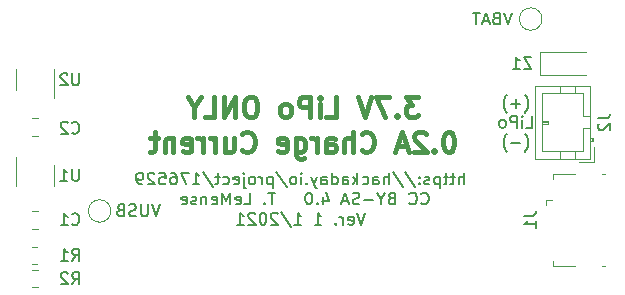
<source format=gbr>
%TF.GenerationSoftware,KiCad,Pcbnew,(5.1.9)-1*%
%TF.CreationDate,2021-01-14T15:41:35-05:00*%
%TF.ProjectId,TI59_battery,54493539-5f62-4617-9474-6572792e6b69,1*%
%TF.SameCoordinates,Original*%
%TF.FileFunction,Legend,Bot*%
%TF.FilePolarity,Positive*%
%FSLAX46Y46*%
G04 Gerber Fmt 4.6, Leading zero omitted, Abs format (unit mm)*
G04 Created by KiCad (PCBNEW (5.1.9)-1) date 2021-01-14 15:41:35*
%MOMM*%
%LPD*%
G01*
G04 APERTURE LIST*
%ADD10C,0.150000*%
%ADD11C,0.400000*%
%ADD12C,0.200000*%
%ADD13C,0.120000*%
G04 APERTURE END LIST*
D10*
X162261904Y-95183333D02*
X162309523Y-95135714D01*
X162404761Y-94992857D01*
X162452380Y-94897619D01*
X162500000Y-94754761D01*
X162547619Y-94516666D01*
X162547619Y-94326190D01*
X162500000Y-94088095D01*
X162452380Y-93945238D01*
X162404761Y-93850000D01*
X162309523Y-93707142D01*
X162261904Y-93659523D01*
X161880952Y-94421428D02*
X161119047Y-94421428D01*
X161500000Y-94802380D02*
X161500000Y-94040476D01*
X160738095Y-95183333D02*
X160690476Y-95135714D01*
X160595238Y-94992857D01*
X160547619Y-94897619D01*
X160500000Y-94754761D01*
X160452380Y-94516666D01*
X160452380Y-94326190D01*
X160500000Y-94088095D01*
X160547619Y-93945238D01*
X160595238Y-93850000D01*
X160690476Y-93707142D01*
X160738095Y-93659523D01*
X162380952Y-96452380D02*
X162857142Y-96452380D01*
X162857142Y-95452380D01*
X162047619Y-96452380D02*
X162047619Y-95785714D01*
X162047619Y-95452380D02*
X162095238Y-95500000D01*
X162047619Y-95547619D01*
X162000000Y-95500000D01*
X162047619Y-95452380D01*
X162047619Y-95547619D01*
X161571428Y-96452380D02*
X161571428Y-95452380D01*
X161190476Y-95452380D01*
X161095238Y-95500000D01*
X161047619Y-95547619D01*
X161000000Y-95642857D01*
X161000000Y-95785714D01*
X161047619Y-95880952D01*
X161095238Y-95928571D01*
X161190476Y-95976190D01*
X161571428Y-95976190D01*
X160428571Y-96452380D02*
X160523809Y-96404761D01*
X160571428Y-96357142D01*
X160619047Y-96261904D01*
X160619047Y-95976190D01*
X160571428Y-95880952D01*
X160523809Y-95833333D01*
X160428571Y-95785714D01*
X160285714Y-95785714D01*
X160190476Y-95833333D01*
X160142857Y-95880952D01*
X160095238Y-95976190D01*
X160095238Y-96261904D01*
X160142857Y-96357142D01*
X160190476Y-96404761D01*
X160285714Y-96452380D01*
X160428571Y-96452380D01*
X162261904Y-98483333D02*
X162309523Y-98435714D01*
X162404761Y-98292857D01*
X162452380Y-98197619D01*
X162500000Y-98054761D01*
X162547619Y-97816666D01*
X162547619Y-97626190D01*
X162500000Y-97388095D01*
X162452380Y-97245238D01*
X162404761Y-97150000D01*
X162309523Y-97007142D01*
X162261904Y-96959523D01*
X161880952Y-97721428D02*
X161119047Y-97721428D01*
X160738095Y-98483333D02*
X160690476Y-98435714D01*
X160595238Y-98292857D01*
X160547619Y-98197619D01*
X160500000Y-98054761D01*
X160452380Y-97816666D01*
X160452380Y-97626190D01*
X160500000Y-97388095D01*
X160547619Y-97245238D01*
X160595238Y-97150000D01*
X160690476Y-97007142D01*
X160738095Y-96959523D01*
D11*
X153214285Y-93844047D02*
X152161904Y-93844047D01*
X152728571Y-94491666D01*
X152485714Y-94491666D01*
X152323809Y-94572619D01*
X152242857Y-94653571D01*
X152161904Y-94815476D01*
X152161904Y-95220238D01*
X152242857Y-95382142D01*
X152323809Y-95463095D01*
X152485714Y-95544047D01*
X152971428Y-95544047D01*
X153133333Y-95463095D01*
X153214285Y-95382142D01*
X151433333Y-95382142D02*
X151352380Y-95463095D01*
X151433333Y-95544047D01*
X151514285Y-95463095D01*
X151433333Y-95382142D01*
X151433333Y-95544047D01*
X150785714Y-93844047D02*
X149652380Y-93844047D01*
X150380952Y-95544047D01*
X149247619Y-93844047D02*
X148680952Y-95544047D01*
X148114285Y-93844047D01*
X145442857Y-95544047D02*
X146252380Y-95544047D01*
X146252380Y-93844047D01*
X144876190Y-95544047D02*
X144876190Y-94410714D01*
X144876190Y-93844047D02*
X144957142Y-93925000D01*
X144876190Y-94005952D01*
X144795238Y-93925000D01*
X144876190Y-93844047D01*
X144876190Y-94005952D01*
X144066666Y-95544047D02*
X144066666Y-93844047D01*
X143419047Y-93844047D01*
X143257142Y-93925000D01*
X143176190Y-94005952D01*
X143095238Y-94167857D01*
X143095238Y-94410714D01*
X143176190Y-94572619D01*
X143257142Y-94653571D01*
X143419047Y-94734523D01*
X144066666Y-94734523D01*
X142123809Y-95544047D02*
X142285714Y-95463095D01*
X142366666Y-95382142D01*
X142447619Y-95220238D01*
X142447619Y-94734523D01*
X142366666Y-94572619D01*
X142285714Y-94491666D01*
X142123809Y-94410714D01*
X141880952Y-94410714D01*
X141719047Y-94491666D01*
X141638095Y-94572619D01*
X141557142Y-94734523D01*
X141557142Y-95220238D01*
X141638095Y-95382142D01*
X141719047Y-95463095D01*
X141880952Y-95544047D01*
X142123809Y-95544047D01*
X139209523Y-93844047D02*
X138885714Y-93844047D01*
X138723809Y-93925000D01*
X138561904Y-94086904D01*
X138480952Y-94410714D01*
X138480952Y-94977380D01*
X138561904Y-95301190D01*
X138723809Y-95463095D01*
X138885714Y-95544047D01*
X139209523Y-95544047D01*
X139371428Y-95463095D01*
X139533333Y-95301190D01*
X139614285Y-94977380D01*
X139614285Y-94410714D01*
X139533333Y-94086904D01*
X139371428Y-93925000D01*
X139209523Y-93844047D01*
X137752380Y-95544047D02*
X137752380Y-93844047D01*
X136780952Y-95544047D01*
X136780952Y-93844047D01*
X135161904Y-95544047D02*
X135971428Y-95544047D01*
X135971428Y-93844047D01*
X134271428Y-94734523D02*
X134271428Y-95544047D01*
X134838095Y-93844047D02*
X134271428Y-94734523D01*
X133704761Y-93844047D01*
X155885714Y-96794047D02*
X155723809Y-96794047D01*
X155561904Y-96875000D01*
X155480952Y-96955952D01*
X155400000Y-97117857D01*
X155319047Y-97441666D01*
X155319047Y-97846428D01*
X155400000Y-98170238D01*
X155480952Y-98332142D01*
X155561904Y-98413095D01*
X155723809Y-98494047D01*
X155885714Y-98494047D01*
X156047619Y-98413095D01*
X156128571Y-98332142D01*
X156209523Y-98170238D01*
X156290476Y-97846428D01*
X156290476Y-97441666D01*
X156209523Y-97117857D01*
X156128571Y-96955952D01*
X156047619Y-96875000D01*
X155885714Y-96794047D01*
X154590476Y-98332142D02*
X154509523Y-98413095D01*
X154590476Y-98494047D01*
X154671428Y-98413095D01*
X154590476Y-98332142D01*
X154590476Y-98494047D01*
X153861904Y-96955952D02*
X153780952Y-96875000D01*
X153619047Y-96794047D01*
X153214285Y-96794047D01*
X153052380Y-96875000D01*
X152971428Y-96955952D01*
X152890476Y-97117857D01*
X152890476Y-97279761D01*
X152971428Y-97522619D01*
X153942857Y-98494047D01*
X152890476Y-98494047D01*
X152242857Y-98008333D02*
X151433333Y-98008333D01*
X152404761Y-98494047D02*
X151838095Y-96794047D01*
X151271428Y-98494047D01*
X148438095Y-98332142D02*
X148519047Y-98413095D01*
X148761904Y-98494047D01*
X148923809Y-98494047D01*
X149166666Y-98413095D01*
X149328571Y-98251190D01*
X149409523Y-98089285D01*
X149490476Y-97765476D01*
X149490476Y-97522619D01*
X149409523Y-97198809D01*
X149328571Y-97036904D01*
X149166666Y-96875000D01*
X148923809Y-96794047D01*
X148761904Y-96794047D01*
X148519047Y-96875000D01*
X148438095Y-96955952D01*
X147709523Y-98494047D02*
X147709523Y-96794047D01*
X146980952Y-98494047D02*
X146980952Y-97603571D01*
X147061904Y-97441666D01*
X147223809Y-97360714D01*
X147466666Y-97360714D01*
X147628571Y-97441666D01*
X147709523Y-97522619D01*
X145442857Y-98494047D02*
X145442857Y-97603571D01*
X145523809Y-97441666D01*
X145685714Y-97360714D01*
X146009523Y-97360714D01*
X146171428Y-97441666D01*
X145442857Y-98413095D02*
X145604761Y-98494047D01*
X146009523Y-98494047D01*
X146171428Y-98413095D01*
X146252380Y-98251190D01*
X146252380Y-98089285D01*
X146171428Y-97927380D01*
X146009523Y-97846428D01*
X145604761Y-97846428D01*
X145442857Y-97765476D01*
X144633333Y-98494047D02*
X144633333Y-97360714D01*
X144633333Y-97684523D02*
X144552380Y-97522619D01*
X144471428Y-97441666D01*
X144309523Y-97360714D01*
X144147619Y-97360714D01*
X142852380Y-97360714D02*
X142852380Y-98736904D01*
X142933333Y-98898809D01*
X143014285Y-98979761D01*
X143176190Y-99060714D01*
X143419047Y-99060714D01*
X143580952Y-98979761D01*
X142852380Y-98413095D02*
X143014285Y-98494047D01*
X143338095Y-98494047D01*
X143500000Y-98413095D01*
X143580952Y-98332142D01*
X143661904Y-98170238D01*
X143661904Y-97684523D01*
X143580952Y-97522619D01*
X143500000Y-97441666D01*
X143338095Y-97360714D01*
X143014285Y-97360714D01*
X142852380Y-97441666D01*
X141395238Y-98413095D02*
X141557142Y-98494047D01*
X141880952Y-98494047D01*
X142042857Y-98413095D01*
X142123809Y-98251190D01*
X142123809Y-97603571D01*
X142042857Y-97441666D01*
X141880952Y-97360714D01*
X141557142Y-97360714D01*
X141395238Y-97441666D01*
X141314285Y-97603571D01*
X141314285Y-97765476D01*
X142123809Y-97927380D01*
X138319047Y-98332142D02*
X138400000Y-98413095D01*
X138642857Y-98494047D01*
X138804761Y-98494047D01*
X139047619Y-98413095D01*
X139209523Y-98251190D01*
X139290476Y-98089285D01*
X139371428Y-97765476D01*
X139371428Y-97522619D01*
X139290476Y-97198809D01*
X139209523Y-97036904D01*
X139047619Y-96875000D01*
X138804761Y-96794047D01*
X138642857Y-96794047D01*
X138400000Y-96875000D01*
X138319047Y-96955952D01*
X136861904Y-97360714D02*
X136861904Y-98494047D01*
X137590476Y-97360714D02*
X137590476Y-98251190D01*
X137509523Y-98413095D01*
X137347619Y-98494047D01*
X137104761Y-98494047D01*
X136942857Y-98413095D01*
X136861904Y-98332142D01*
X136052380Y-98494047D02*
X136052380Y-97360714D01*
X136052380Y-97684523D02*
X135971428Y-97522619D01*
X135890476Y-97441666D01*
X135728571Y-97360714D01*
X135566666Y-97360714D01*
X135000000Y-98494047D02*
X135000000Y-97360714D01*
X135000000Y-97684523D02*
X134919047Y-97522619D01*
X134838095Y-97441666D01*
X134676190Y-97360714D01*
X134514285Y-97360714D01*
X133300000Y-98413095D02*
X133461904Y-98494047D01*
X133785714Y-98494047D01*
X133947619Y-98413095D01*
X134028571Y-98251190D01*
X134028571Y-97603571D01*
X133947619Y-97441666D01*
X133785714Y-97360714D01*
X133461904Y-97360714D01*
X133300000Y-97441666D01*
X133219047Y-97603571D01*
X133219047Y-97765476D01*
X134028571Y-97927380D01*
X132490476Y-97360714D02*
X132490476Y-98494047D01*
X132490476Y-97522619D02*
X132409523Y-97441666D01*
X132247619Y-97360714D01*
X132004761Y-97360714D01*
X131842857Y-97441666D01*
X131761904Y-97603571D01*
X131761904Y-98494047D01*
X131195238Y-97360714D02*
X130547619Y-97360714D01*
X130952380Y-96794047D02*
X130952380Y-98251190D01*
X130871428Y-98413095D01*
X130709523Y-98494047D01*
X130547619Y-98494047D01*
D12*
X157083333Y-101252380D02*
X157083333Y-100252380D01*
X156654761Y-101252380D02*
X156654761Y-100728571D01*
X156702380Y-100633333D01*
X156797619Y-100585714D01*
X156940476Y-100585714D01*
X157035714Y-100633333D01*
X157083333Y-100680952D01*
X156321428Y-100585714D02*
X155940476Y-100585714D01*
X156178571Y-100252380D02*
X156178571Y-101109523D01*
X156130952Y-101204761D01*
X156035714Y-101252380D01*
X155940476Y-101252380D01*
X155750000Y-100585714D02*
X155369047Y-100585714D01*
X155607142Y-100252380D02*
X155607142Y-101109523D01*
X155559523Y-101204761D01*
X155464285Y-101252380D01*
X155369047Y-101252380D01*
X155035714Y-100585714D02*
X155035714Y-101585714D01*
X155035714Y-100633333D02*
X154940476Y-100585714D01*
X154750000Y-100585714D01*
X154654761Y-100633333D01*
X154607142Y-100680952D01*
X154559523Y-100776190D01*
X154559523Y-101061904D01*
X154607142Y-101157142D01*
X154654761Y-101204761D01*
X154750000Y-101252380D01*
X154940476Y-101252380D01*
X155035714Y-101204761D01*
X154178571Y-101204761D02*
X154083333Y-101252380D01*
X153892857Y-101252380D01*
X153797619Y-101204761D01*
X153750000Y-101109523D01*
X153750000Y-101061904D01*
X153797619Y-100966666D01*
X153892857Y-100919047D01*
X154035714Y-100919047D01*
X154130952Y-100871428D01*
X154178571Y-100776190D01*
X154178571Y-100728571D01*
X154130952Y-100633333D01*
X154035714Y-100585714D01*
X153892857Y-100585714D01*
X153797619Y-100633333D01*
X153321428Y-101157142D02*
X153273809Y-101204761D01*
X153321428Y-101252380D01*
X153369047Y-101204761D01*
X153321428Y-101157142D01*
X153321428Y-101252380D01*
X153321428Y-100633333D02*
X153273809Y-100680952D01*
X153321428Y-100728571D01*
X153369047Y-100680952D01*
X153321428Y-100633333D01*
X153321428Y-100728571D01*
X152130952Y-100204761D02*
X152988095Y-101490476D01*
X151083333Y-100204761D02*
X151940476Y-101490476D01*
X150750000Y-101252380D02*
X150750000Y-100252380D01*
X150321428Y-101252380D02*
X150321428Y-100728571D01*
X150369047Y-100633333D01*
X150464285Y-100585714D01*
X150607142Y-100585714D01*
X150702380Y-100633333D01*
X150750000Y-100680952D01*
X149416666Y-101252380D02*
X149416666Y-100728571D01*
X149464285Y-100633333D01*
X149559523Y-100585714D01*
X149750000Y-100585714D01*
X149845238Y-100633333D01*
X149416666Y-101204761D02*
X149511904Y-101252380D01*
X149750000Y-101252380D01*
X149845238Y-101204761D01*
X149892857Y-101109523D01*
X149892857Y-101014285D01*
X149845238Y-100919047D01*
X149750000Y-100871428D01*
X149511904Y-100871428D01*
X149416666Y-100823809D01*
X148511904Y-101204761D02*
X148607142Y-101252380D01*
X148797619Y-101252380D01*
X148892857Y-101204761D01*
X148940476Y-101157142D01*
X148988095Y-101061904D01*
X148988095Y-100776190D01*
X148940476Y-100680952D01*
X148892857Y-100633333D01*
X148797619Y-100585714D01*
X148607142Y-100585714D01*
X148511904Y-100633333D01*
X148083333Y-101252380D02*
X148083333Y-100252380D01*
X147988095Y-100871428D02*
X147702380Y-101252380D01*
X147702380Y-100585714D02*
X148083333Y-100966666D01*
X146845238Y-101252380D02*
X146845238Y-100728571D01*
X146892857Y-100633333D01*
X146988095Y-100585714D01*
X147178571Y-100585714D01*
X147273809Y-100633333D01*
X146845238Y-101204761D02*
X146940476Y-101252380D01*
X147178571Y-101252380D01*
X147273809Y-101204761D01*
X147321428Y-101109523D01*
X147321428Y-101014285D01*
X147273809Y-100919047D01*
X147178571Y-100871428D01*
X146940476Y-100871428D01*
X146845238Y-100823809D01*
X145940476Y-101252380D02*
X145940476Y-100252380D01*
X145940476Y-101204761D02*
X146035714Y-101252380D01*
X146226190Y-101252380D01*
X146321428Y-101204761D01*
X146369047Y-101157142D01*
X146416666Y-101061904D01*
X146416666Y-100776190D01*
X146369047Y-100680952D01*
X146321428Y-100633333D01*
X146226190Y-100585714D01*
X146035714Y-100585714D01*
X145940476Y-100633333D01*
X145035714Y-101252380D02*
X145035714Y-100728571D01*
X145083333Y-100633333D01*
X145178571Y-100585714D01*
X145369047Y-100585714D01*
X145464285Y-100633333D01*
X145035714Y-101204761D02*
X145130952Y-101252380D01*
X145369047Y-101252380D01*
X145464285Y-101204761D01*
X145511904Y-101109523D01*
X145511904Y-101014285D01*
X145464285Y-100919047D01*
X145369047Y-100871428D01*
X145130952Y-100871428D01*
X145035714Y-100823809D01*
X144654761Y-100585714D02*
X144416666Y-101252380D01*
X144178571Y-100585714D02*
X144416666Y-101252380D01*
X144511904Y-101490476D01*
X144559523Y-101538095D01*
X144654761Y-101585714D01*
X143797619Y-101157142D02*
X143750000Y-101204761D01*
X143797619Y-101252380D01*
X143845238Y-101204761D01*
X143797619Y-101157142D01*
X143797619Y-101252380D01*
X143321428Y-101252380D02*
X143321428Y-100585714D01*
X143321428Y-100252380D02*
X143369047Y-100300000D01*
X143321428Y-100347619D01*
X143273809Y-100300000D01*
X143321428Y-100252380D01*
X143321428Y-100347619D01*
X142702380Y-101252380D02*
X142797619Y-101204761D01*
X142845238Y-101157142D01*
X142892857Y-101061904D01*
X142892857Y-100776190D01*
X142845238Y-100680952D01*
X142797619Y-100633333D01*
X142702380Y-100585714D01*
X142559523Y-100585714D01*
X142464285Y-100633333D01*
X142416666Y-100680952D01*
X142369047Y-100776190D01*
X142369047Y-101061904D01*
X142416666Y-101157142D01*
X142464285Y-101204761D01*
X142559523Y-101252380D01*
X142702380Y-101252380D01*
X141226190Y-100204761D02*
X142083333Y-101490476D01*
X140892857Y-100585714D02*
X140892857Y-101585714D01*
X140892857Y-100633333D02*
X140797619Y-100585714D01*
X140607142Y-100585714D01*
X140511904Y-100633333D01*
X140464285Y-100680952D01*
X140416666Y-100776190D01*
X140416666Y-101061904D01*
X140464285Y-101157142D01*
X140511904Y-101204761D01*
X140607142Y-101252380D01*
X140797619Y-101252380D01*
X140892857Y-101204761D01*
X139988095Y-101252380D02*
X139988095Y-100585714D01*
X139988095Y-100776190D02*
X139940476Y-100680952D01*
X139892857Y-100633333D01*
X139797619Y-100585714D01*
X139702380Y-100585714D01*
X139226190Y-101252380D02*
X139321428Y-101204761D01*
X139369047Y-101157142D01*
X139416666Y-101061904D01*
X139416666Y-100776190D01*
X139369047Y-100680952D01*
X139321428Y-100633333D01*
X139226190Y-100585714D01*
X139083333Y-100585714D01*
X138988095Y-100633333D01*
X138940476Y-100680952D01*
X138892857Y-100776190D01*
X138892857Y-101061904D01*
X138940476Y-101157142D01*
X138988095Y-101204761D01*
X139083333Y-101252380D01*
X139226190Y-101252380D01*
X138464285Y-100585714D02*
X138464285Y-101442857D01*
X138511904Y-101538095D01*
X138607142Y-101585714D01*
X138654761Y-101585714D01*
X138464285Y-100252380D02*
X138511904Y-100300000D01*
X138464285Y-100347619D01*
X138416666Y-100300000D01*
X138464285Y-100252380D01*
X138464285Y-100347619D01*
X137607142Y-101204761D02*
X137702380Y-101252380D01*
X137892857Y-101252380D01*
X137988095Y-101204761D01*
X138035714Y-101109523D01*
X138035714Y-100728571D01*
X137988095Y-100633333D01*
X137892857Y-100585714D01*
X137702380Y-100585714D01*
X137607142Y-100633333D01*
X137559523Y-100728571D01*
X137559523Y-100823809D01*
X138035714Y-100919047D01*
X136702380Y-101204761D02*
X136797619Y-101252380D01*
X136988095Y-101252380D01*
X137083333Y-101204761D01*
X137130952Y-101157142D01*
X137178571Y-101061904D01*
X137178571Y-100776190D01*
X137130952Y-100680952D01*
X137083333Y-100633333D01*
X136988095Y-100585714D01*
X136797619Y-100585714D01*
X136702380Y-100633333D01*
X136416666Y-100585714D02*
X136035714Y-100585714D01*
X136273809Y-100252380D02*
X136273809Y-101109523D01*
X136226190Y-101204761D01*
X136130952Y-101252380D01*
X136035714Y-101252380D01*
X134988095Y-100204761D02*
X135845238Y-101490476D01*
X134130952Y-101252380D02*
X134702380Y-101252380D01*
X134416666Y-101252380D02*
X134416666Y-100252380D01*
X134511904Y-100395238D01*
X134607142Y-100490476D01*
X134702380Y-100538095D01*
X133797619Y-100252380D02*
X133130952Y-100252380D01*
X133559523Y-101252380D01*
X132321428Y-100252380D02*
X132511904Y-100252380D01*
X132607142Y-100300000D01*
X132654761Y-100347619D01*
X132750000Y-100490476D01*
X132797619Y-100680952D01*
X132797619Y-101061904D01*
X132750000Y-101157142D01*
X132702380Y-101204761D01*
X132607142Y-101252380D01*
X132416666Y-101252380D01*
X132321428Y-101204761D01*
X132273809Y-101157142D01*
X132226190Y-101061904D01*
X132226190Y-100823809D01*
X132273809Y-100728571D01*
X132321428Y-100680952D01*
X132416666Y-100633333D01*
X132607142Y-100633333D01*
X132702380Y-100680952D01*
X132750000Y-100728571D01*
X132797619Y-100823809D01*
X131321428Y-100252380D02*
X131797619Y-100252380D01*
X131845238Y-100728571D01*
X131797619Y-100680952D01*
X131702380Y-100633333D01*
X131464285Y-100633333D01*
X131369047Y-100680952D01*
X131321428Y-100728571D01*
X131273809Y-100823809D01*
X131273809Y-101061904D01*
X131321428Y-101157142D01*
X131369047Y-101204761D01*
X131464285Y-101252380D01*
X131702380Y-101252380D01*
X131797619Y-101204761D01*
X131845238Y-101157142D01*
X130892857Y-100347619D02*
X130845238Y-100300000D01*
X130750000Y-100252380D01*
X130511904Y-100252380D01*
X130416666Y-100300000D01*
X130369047Y-100347619D01*
X130321428Y-100442857D01*
X130321428Y-100538095D01*
X130369047Y-100680952D01*
X130940476Y-101252380D01*
X130321428Y-101252380D01*
X129845238Y-101252380D02*
X129654761Y-101252380D01*
X129559523Y-101204761D01*
X129511904Y-101157142D01*
X129416666Y-101014285D01*
X129369047Y-100823809D01*
X129369047Y-100442857D01*
X129416666Y-100347619D01*
X129464285Y-100300000D01*
X129559523Y-100252380D01*
X129750000Y-100252380D01*
X129845238Y-100300000D01*
X129892857Y-100347619D01*
X129940476Y-100442857D01*
X129940476Y-100680952D01*
X129892857Y-100776190D01*
X129845238Y-100823809D01*
X129750000Y-100871428D01*
X129559523Y-100871428D01*
X129464285Y-100823809D01*
X129416666Y-100776190D01*
X129369047Y-100680952D01*
X153488095Y-102857142D02*
X153535714Y-102904761D01*
X153678571Y-102952380D01*
X153773809Y-102952380D01*
X153916666Y-102904761D01*
X154011904Y-102809523D01*
X154059523Y-102714285D01*
X154107142Y-102523809D01*
X154107142Y-102380952D01*
X154059523Y-102190476D01*
X154011904Y-102095238D01*
X153916666Y-102000000D01*
X153773809Y-101952380D01*
X153678571Y-101952380D01*
X153535714Y-102000000D01*
X153488095Y-102047619D01*
X152488095Y-102857142D02*
X152535714Y-102904761D01*
X152678571Y-102952380D01*
X152773809Y-102952380D01*
X152916666Y-102904761D01*
X153011904Y-102809523D01*
X153059523Y-102714285D01*
X153107142Y-102523809D01*
X153107142Y-102380952D01*
X153059523Y-102190476D01*
X153011904Y-102095238D01*
X152916666Y-102000000D01*
X152773809Y-101952380D01*
X152678571Y-101952380D01*
X152535714Y-102000000D01*
X152488095Y-102047619D01*
X150964285Y-102428571D02*
X150821428Y-102476190D01*
X150773809Y-102523809D01*
X150726190Y-102619047D01*
X150726190Y-102761904D01*
X150773809Y-102857142D01*
X150821428Y-102904761D01*
X150916666Y-102952380D01*
X151297619Y-102952380D01*
X151297619Y-101952380D01*
X150964285Y-101952380D01*
X150869047Y-102000000D01*
X150821428Y-102047619D01*
X150773809Y-102142857D01*
X150773809Y-102238095D01*
X150821428Y-102333333D01*
X150869047Y-102380952D01*
X150964285Y-102428571D01*
X151297619Y-102428571D01*
X150107142Y-102476190D02*
X150107142Y-102952380D01*
X150440476Y-101952380D02*
X150107142Y-102476190D01*
X149773809Y-101952380D01*
X149440476Y-102571428D02*
X148678571Y-102571428D01*
X148250000Y-102904761D02*
X148107142Y-102952380D01*
X147869047Y-102952380D01*
X147773809Y-102904761D01*
X147726190Y-102857142D01*
X147678571Y-102761904D01*
X147678571Y-102666666D01*
X147726190Y-102571428D01*
X147773809Y-102523809D01*
X147869047Y-102476190D01*
X148059523Y-102428571D01*
X148154761Y-102380952D01*
X148202380Y-102333333D01*
X148250000Y-102238095D01*
X148250000Y-102142857D01*
X148202380Y-102047619D01*
X148154761Y-102000000D01*
X148059523Y-101952380D01*
X147821428Y-101952380D01*
X147678571Y-102000000D01*
X147297619Y-102666666D02*
X146821428Y-102666666D01*
X147392857Y-102952380D02*
X147059523Y-101952380D01*
X146726190Y-102952380D01*
X145202380Y-102285714D02*
X145202380Y-102952380D01*
X145440476Y-101904761D02*
X145678571Y-102619047D01*
X145059523Y-102619047D01*
X144678571Y-102857142D02*
X144630952Y-102904761D01*
X144678571Y-102952380D01*
X144726190Y-102904761D01*
X144678571Y-102857142D01*
X144678571Y-102952380D01*
X144011904Y-101952380D02*
X143916666Y-101952380D01*
X143821428Y-102000000D01*
X143773809Y-102047619D01*
X143726190Y-102142857D01*
X143678571Y-102333333D01*
X143678571Y-102571428D01*
X143726190Y-102761904D01*
X143773809Y-102857142D01*
X143821428Y-102904761D01*
X143916666Y-102952380D01*
X144011904Y-102952380D01*
X144107142Y-102904761D01*
X144154761Y-102857142D01*
X144202380Y-102761904D01*
X144250000Y-102571428D01*
X144250000Y-102333333D01*
X144202380Y-102142857D01*
X144154761Y-102047619D01*
X144107142Y-102000000D01*
X144011904Y-101952380D01*
X141107142Y-101952380D02*
X140535714Y-101952380D01*
X140821428Y-102952380D02*
X140821428Y-101952380D01*
X140202380Y-102857142D02*
X140154761Y-102904761D01*
X140202380Y-102952380D01*
X140250000Y-102904761D01*
X140202380Y-102857142D01*
X140202380Y-102952380D01*
X138488095Y-102952380D02*
X138964285Y-102952380D01*
X138964285Y-101952380D01*
X137773809Y-102904761D02*
X137869047Y-102952380D01*
X138059523Y-102952380D01*
X138154761Y-102904761D01*
X138202380Y-102809523D01*
X138202380Y-102428571D01*
X138154761Y-102333333D01*
X138059523Y-102285714D01*
X137869047Y-102285714D01*
X137773809Y-102333333D01*
X137726190Y-102428571D01*
X137726190Y-102523809D01*
X138202380Y-102619047D01*
X137297619Y-102952380D02*
X137297619Y-101952380D01*
X136964285Y-102666666D01*
X136630952Y-101952380D01*
X136630952Y-102952380D01*
X135773809Y-102904761D02*
X135869047Y-102952380D01*
X136059523Y-102952380D01*
X136154761Y-102904761D01*
X136202380Y-102809523D01*
X136202380Y-102428571D01*
X136154761Y-102333333D01*
X136059523Y-102285714D01*
X135869047Y-102285714D01*
X135773809Y-102333333D01*
X135726190Y-102428571D01*
X135726190Y-102523809D01*
X136202380Y-102619047D01*
X135297619Y-102285714D02*
X135297619Y-102952380D01*
X135297619Y-102380952D02*
X135250000Y-102333333D01*
X135154761Y-102285714D01*
X135011904Y-102285714D01*
X134916666Y-102333333D01*
X134869047Y-102428571D01*
X134869047Y-102952380D01*
X134440476Y-102904761D02*
X134345238Y-102952380D01*
X134154761Y-102952380D01*
X134059523Y-102904761D01*
X134011904Y-102809523D01*
X134011904Y-102761904D01*
X134059523Y-102666666D01*
X134154761Y-102619047D01*
X134297619Y-102619047D01*
X134392857Y-102571428D01*
X134440476Y-102476190D01*
X134440476Y-102428571D01*
X134392857Y-102333333D01*
X134297619Y-102285714D01*
X134154761Y-102285714D01*
X134059523Y-102333333D01*
X133202380Y-102904761D02*
X133297619Y-102952380D01*
X133488095Y-102952380D01*
X133583333Y-102904761D01*
X133630952Y-102809523D01*
X133630952Y-102428571D01*
X133583333Y-102333333D01*
X133488095Y-102285714D01*
X133297619Y-102285714D01*
X133202380Y-102333333D01*
X133154761Y-102428571D01*
X133154761Y-102523809D01*
X133630952Y-102619047D01*
X148702380Y-103652380D02*
X148369047Y-104652380D01*
X148035714Y-103652380D01*
X147321428Y-104604761D02*
X147416666Y-104652380D01*
X147607142Y-104652380D01*
X147702380Y-104604761D01*
X147750000Y-104509523D01*
X147750000Y-104128571D01*
X147702380Y-104033333D01*
X147607142Y-103985714D01*
X147416666Y-103985714D01*
X147321428Y-104033333D01*
X147273809Y-104128571D01*
X147273809Y-104223809D01*
X147750000Y-104319047D01*
X146845238Y-104652380D02*
X146845238Y-103985714D01*
X146845238Y-104176190D02*
X146797619Y-104080952D01*
X146750000Y-104033333D01*
X146654761Y-103985714D01*
X146559523Y-103985714D01*
X146226190Y-104557142D02*
X146178571Y-104604761D01*
X146226190Y-104652380D01*
X146273809Y-104604761D01*
X146226190Y-104557142D01*
X146226190Y-104652380D01*
X144464285Y-104652380D02*
X145035714Y-104652380D01*
X144750000Y-104652380D02*
X144750000Y-103652380D01*
X144845238Y-103795238D01*
X144940476Y-103890476D01*
X145035714Y-103938095D01*
X142750000Y-104652380D02*
X143321428Y-104652380D01*
X143035714Y-104652380D02*
X143035714Y-103652380D01*
X143130952Y-103795238D01*
X143226190Y-103890476D01*
X143321428Y-103938095D01*
X141607142Y-103604761D02*
X142464285Y-104890476D01*
X141321428Y-103747619D02*
X141273809Y-103700000D01*
X141178571Y-103652380D01*
X140940476Y-103652380D01*
X140845238Y-103700000D01*
X140797619Y-103747619D01*
X140750000Y-103842857D01*
X140750000Y-103938095D01*
X140797619Y-104080952D01*
X141369047Y-104652380D01*
X140750000Y-104652380D01*
X140130952Y-103652380D02*
X140035714Y-103652380D01*
X139940476Y-103700000D01*
X139892857Y-103747619D01*
X139845238Y-103842857D01*
X139797619Y-104033333D01*
X139797619Y-104271428D01*
X139845238Y-104461904D01*
X139892857Y-104557142D01*
X139940476Y-104604761D01*
X140035714Y-104652380D01*
X140130952Y-104652380D01*
X140226190Y-104604761D01*
X140273809Y-104557142D01*
X140321428Y-104461904D01*
X140369047Y-104271428D01*
X140369047Y-104033333D01*
X140321428Y-103842857D01*
X140273809Y-103747619D01*
X140226190Y-103700000D01*
X140130952Y-103652380D01*
X139416666Y-103747619D02*
X139369047Y-103700000D01*
X139273809Y-103652380D01*
X139035714Y-103652380D01*
X138940476Y-103700000D01*
X138892857Y-103747619D01*
X138845238Y-103842857D01*
X138845238Y-103938095D01*
X138892857Y-104080952D01*
X139464285Y-104652380D01*
X138845238Y-104652380D01*
X137892857Y-104652380D02*
X138464285Y-104652380D01*
X138178571Y-104652380D02*
X138178571Y-103652380D01*
X138273809Y-103795238D01*
X138369047Y-103890476D01*
X138464285Y-103938095D01*
D13*
%TO.C,J1*%
X164637500Y-100350000D02*
X164637500Y-100800000D01*
X166487500Y-100350000D02*
X164637500Y-100350000D01*
X169037500Y-108150000D02*
X168787500Y-108150000D01*
X169037500Y-100350000D02*
X168787500Y-100350000D01*
X166487500Y-108150000D02*
X164637500Y-108150000D01*
X164637500Y-108150000D02*
X164637500Y-107700000D01*
X164087500Y-102550000D02*
X164087500Y-103000000D01*
X164087500Y-102550000D02*
X164537500Y-102550000D01*
%TO.C,R1*%
X120977064Y-106515000D02*
X120522936Y-106515000D01*
X120977064Y-107985000D02*
X120522936Y-107985000D01*
%TO.C,C1*%
X121011252Y-103515000D02*
X120488748Y-103515000D01*
X121011252Y-104985000D02*
X120488748Y-104985000D01*
%TO.C,C2*%
X121011252Y-95665000D02*
X120488748Y-95665000D01*
X121011252Y-97135000D02*
X120488748Y-97135000D01*
%TO.C,TP1*%
X127200000Y-103500000D02*
G75*
G03*
X127200000Y-103500000I-950000J0D01*
G01*
%TO.C,TP2*%
X163700000Y-87250000D02*
G75*
G03*
X163700000Y-87250000I-950000J0D01*
G01*
%TO.C,Z1*%
X163500000Y-92000000D02*
X167400000Y-92000000D01*
X163500000Y-90000000D02*
X167400000Y-90000000D01*
X163500000Y-92000000D02*
X163500000Y-90000000D01*
%TO.C,J2*%
X167810000Y-99060000D02*
X163090000Y-99060000D01*
X163090000Y-99060000D02*
X163090000Y-92940000D01*
X163090000Y-92940000D02*
X167810000Y-92940000D01*
X167810000Y-92940000D02*
X167810000Y-99060000D01*
X167810000Y-97300000D02*
X168010000Y-97300000D01*
X168010000Y-97300000D02*
X168010000Y-97600000D01*
X168010000Y-97600000D02*
X167810000Y-97600000D01*
X167910000Y-97300000D02*
X167910000Y-97600000D01*
X167810000Y-96500000D02*
X167200000Y-96500000D01*
X167200000Y-96500000D02*
X167200000Y-98450000D01*
X167200000Y-98450000D02*
X163700000Y-98450000D01*
X163700000Y-98450000D02*
X163700000Y-93550000D01*
X163700000Y-93550000D02*
X167200000Y-93550000D01*
X167200000Y-93550000D02*
X167200000Y-95500000D01*
X167200000Y-95500000D02*
X167810000Y-95500000D01*
X166500000Y-99060000D02*
X166500000Y-98450000D01*
X165200000Y-99060000D02*
X165200000Y-98450000D01*
X166500000Y-92940000D02*
X166500000Y-93550000D01*
X165200000Y-92940000D02*
X165200000Y-93550000D01*
X163700000Y-96100000D02*
X164200000Y-96100000D01*
X164200000Y-96100000D02*
X164200000Y-95900000D01*
X164200000Y-95900000D02*
X163700000Y-95900000D01*
X163700000Y-96000000D02*
X164200000Y-96000000D01*
X168110000Y-98110000D02*
X168110000Y-99360000D01*
X168110000Y-99360000D02*
X166860000Y-99360000D01*
%TO.C,R2*%
X120488748Y-108540000D02*
X121011252Y-108540000D01*
X120488748Y-109960000D02*
X121011252Y-109960000D01*
%TO.C,U1*%
X122360000Y-99600000D02*
X122360000Y-101400000D01*
X119140000Y-101400000D02*
X119140000Y-98950000D01*
%TO.C,U2*%
X122360000Y-91500000D02*
X122360000Y-93950000D01*
X119140000Y-93300000D02*
X119140000Y-91500000D01*
%TO.C,J1*%
D10*
X162202380Y-103916666D02*
X162916666Y-103916666D01*
X163059523Y-103869047D01*
X163154761Y-103773809D01*
X163202380Y-103630952D01*
X163202380Y-103535714D01*
X163202380Y-104916666D02*
X163202380Y-104345238D01*
X163202380Y-104630952D02*
X162202380Y-104630952D01*
X162345238Y-104535714D01*
X162440476Y-104440476D01*
X162488095Y-104345238D01*
%TO.C,R1*%
X123916666Y-107702380D02*
X124250000Y-107226190D01*
X124488095Y-107702380D02*
X124488095Y-106702380D01*
X124107142Y-106702380D01*
X124011904Y-106750000D01*
X123964285Y-106797619D01*
X123916666Y-106892857D01*
X123916666Y-107035714D01*
X123964285Y-107130952D01*
X124011904Y-107178571D01*
X124107142Y-107226190D01*
X124488095Y-107226190D01*
X122964285Y-107702380D02*
X123535714Y-107702380D01*
X123250000Y-107702380D02*
X123250000Y-106702380D01*
X123345238Y-106845238D01*
X123440476Y-106940476D01*
X123535714Y-106988095D01*
%TO.C,C1*%
X123916666Y-104607142D02*
X123964285Y-104654761D01*
X124107142Y-104702380D01*
X124202380Y-104702380D01*
X124345238Y-104654761D01*
X124440476Y-104559523D01*
X124488095Y-104464285D01*
X124535714Y-104273809D01*
X124535714Y-104130952D01*
X124488095Y-103940476D01*
X124440476Y-103845238D01*
X124345238Y-103750000D01*
X124202380Y-103702380D01*
X124107142Y-103702380D01*
X123964285Y-103750000D01*
X123916666Y-103797619D01*
X122964285Y-104702380D02*
X123535714Y-104702380D01*
X123250000Y-104702380D02*
X123250000Y-103702380D01*
X123345238Y-103845238D01*
X123440476Y-103940476D01*
X123535714Y-103988095D01*
%TO.C,C2*%
X123916666Y-96857142D02*
X123964285Y-96904761D01*
X124107142Y-96952380D01*
X124202380Y-96952380D01*
X124345238Y-96904761D01*
X124440476Y-96809523D01*
X124488095Y-96714285D01*
X124535714Y-96523809D01*
X124535714Y-96380952D01*
X124488095Y-96190476D01*
X124440476Y-96095238D01*
X124345238Y-96000000D01*
X124202380Y-95952380D01*
X124107142Y-95952380D01*
X123964285Y-96000000D01*
X123916666Y-96047619D01*
X123535714Y-96047619D02*
X123488095Y-96000000D01*
X123392857Y-95952380D01*
X123154761Y-95952380D01*
X123059523Y-96000000D01*
X123011904Y-96047619D01*
X122964285Y-96142857D01*
X122964285Y-96238095D01*
X123011904Y-96380952D01*
X123583333Y-96952380D01*
X122964285Y-96952380D01*
%TO.C,TP1*%
X131333333Y-102952380D02*
X131000000Y-103952380D01*
X130666666Y-102952380D01*
X130333333Y-102952380D02*
X130333333Y-103761904D01*
X130285714Y-103857142D01*
X130238095Y-103904761D01*
X130142857Y-103952380D01*
X129952380Y-103952380D01*
X129857142Y-103904761D01*
X129809523Y-103857142D01*
X129761904Y-103761904D01*
X129761904Y-102952380D01*
X129333333Y-103904761D02*
X129190476Y-103952380D01*
X128952380Y-103952380D01*
X128857142Y-103904761D01*
X128809523Y-103857142D01*
X128761904Y-103761904D01*
X128761904Y-103666666D01*
X128809523Y-103571428D01*
X128857142Y-103523809D01*
X128952380Y-103476190D01*
X129142857Y-103428571D01*
X129238095Y-103380952D01*
X129285714Y-103333333D01*
X129333333Y-103238095D01*
X129333333Y-103142857D01*
X129285714Y-103047619D01*
X129238095Y-103000000D01*
X129142857Y-102952380D01*
X128904761Y-102952380D01*
X128761904Y-103000000D01*
X128000000Y-103428571D02*
X127857142Y-103476190D01*
X127809523Y-103523809D01*
X127761904Y-103619047D01*
X127761904Y-103761904D01*
X127809523Y-103857142D01*
X127857142Y-103904761D01*
X127952380Y-103952380D01*
X128333333Y-103952380D01*
X128333333Y-102952380D01*
X128000000Y-102952380D01*
X127904761Y-103000000D01*
X127857142Y-103047619D01*
X127809523Y-103142857D01*
X127809523Y-103238095D01*
X127857142Y-103333333D01*
X127904761Y-103380952D01*
X128000000Y-103428571D01*
X128333333Y-103428571D01*
%TO.C,TP2*%
X161142857Y-86702380D02*
X160809523Y-87702380D01*
X160476190Y-86702380D01*
X159809523Y-87178571D02*
X159666666Y-87226190D01*
X159619047Y-87273809D01*
X159571428Y-87369047D01*
X159571428Y-87511904D01*
X159619047Y-87607142D01*
X159666666Y-87654761D01*
X159761904Y-87702380D01*
X160142857Y-87702380D01*
X160142857Y-86702380D01*
X159809523Y-86702380D01*
X159714285Y-86750000D01*
X159666666Y-86797619D01*
X159619047Y-86892857D01*
X159619047Y-86988095D01*
X159666666Y-87083333D01*
X159714285Y-87130952D01*
X159809523Y-87178571D01*
X160142857Y-87178571D01*
X159190476Y-87416666D02*
X158714285Y-87416666D01*
X159285714Y-87702380D02*
X158952380Y-86702380D01*
X158619047Y-87702380D01*
X158428571Y-86702380D02*
X157857142Y-86702380D01*
X158142857Y-87702380D02*
X158142857Y-86702380D01*
%TO.C,Z1*%
X162809523Y-90452380D02*
X162142857Y-90452380D01*
X162809523Y-91452380D01*
X162142857Y-91452380D01*
X161238095Y-91452380D02*
X161809523Y-91452380D01*
X161523809Y-91452380D02*
X161523809Y-90452380D01*
X161619047Y-90595238D01*
X161714285Y-90690476D01*
X161809523Y-90738095D01*
%TO.C,J2*%
X168452380Y-95666666D02*
X169166666Y-95666666D01*
X169309523Y-95619047D01*
X169404761Y-95523809D01*
X169452380Y-95380952D01*
X169452380Y-95285714D01*
X168547619Y-96095238D02*
X168500000Y-96142857D01*
X168452380Y-96238095D01*
X168452380Y-96476190D01*
X168500000Y-96571428D01*
X168547619Y-96619047D01*
X168642857Y-96666666D01*
X168738095Y-96666666D01*
X168880952Y-96619047D01*
X169452380Y-96047619D01*
X169452380Y-96666666D01*
%TO.C,R2*%
X123916666Y-109702380D02*
X124250000Y-109226190D01*
X124488095Y-109702380D02*
X124488095Y-108702380D01*
X124107142Y-108702380D01*
X124011904Y-108750000D01*
X123964285Y-108797619D01*
X123916666Y-108892857D01*
X123916666Y-109035714D01*
X123964285Y-109130952D01*
X124011904Y-109178571D01*
X124107142Y-109226190D01*
X124488095Y-109226190D01*
X123535714Y-108797619D02*
X123488095Y-108750000D01*
X123392857Y-108702380D01*
X123154761Y-108702380D01*
X123059523Y-108750000D01*
X123011904Y-108797619D01*
X122964285Y-108892857D01*
X122964285Y-108988095D01*
X123011904Y-109130952D01*
X123583333Y-109702380D01*
X122964285Y-109702380D01*
%TO.C,U1*%
X124511904Y-99952380D02*
X124511904Y-100761904D01*
X124464285Y-100857142D01*
X124416666Y-100904761D01*
X124321428Y-100952380D01*
X124130952Y-100952380D01*
X124035714Y-100904761D01*
X123988095Y-100857142D01*
X123940476Y-100761904D01*
X123940476Y-99952380D01*
X122940476Y-100952380D02*
X123511904Y-100952380D01*
X123226190Y-100952380D02*
X123226190Y-99952380D01*
X123321428Y-100095238D01*
X123416666Y-100190476D01*
X123511904Y-100238095D01*
%TO.C,U2*%
X124511904Y-91852380D02*
X124511904Y-92661904D01*
X124464285Y-92757142D01*
X124416666Y-92804761D01*
X124321428Y-92852380D01*
X124130952Y-92852380D01*
X124035714Y-92804761D01*
X123988095Y-92757142D01*
X123940476Y-92661904D01*
X123940476Y-91852380D01*
X123511904Y-91947619D02*
X123464285Y-91900000D01*
X123369047Y-91852380D01*
X123130952Y-91852380D01*
X123035714Y-91900000D01*
X122988095Y-91947619D01*
X122940476Y-92042857D01*
X122940476Y-92138095D01*
X122988095Y-92280952D01*
X123559523Y-92852380D01*
X122940476Y-92852380D01*
%TD*%
M02*

</source>
